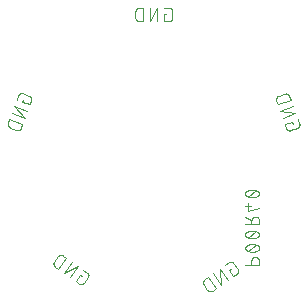
<source format=gbr>
G04 EAGLE Gerber RS-274X export*
G75*
%MOMM*%
%FSLAX34Y34*%
%LPD*%
%INSilkscreen Bottom*%
%IPPOS*%
%AMOC8*
5,1,8,0,0,1.08239X$1,22.5*%
G01*
%ADD10C,0.101600*%


D10*
X357094Y466149D02*
X355146Y466149D01*
X355146Y459658D01*
X359041Y459658D01*
X359140Y459660D01*
X359240Y459666D01*
X359339Y459675D01*
X359437Y459688D01*
X359535Y459705D01*
X359633Y459726D01*
X359729Y459751D01*
X359824Y459779D01*
X359918Y459811D01*
X360011Y459846D01*
X360103Y459885D01*
X360193Y459928D01*
X360281Y459973D01*
X360368Y460023D01*
X360452Y460075D01*
X360535Y460131D01*
X360615Y460189D01*
X360693Y460251D01*
X360768Y460316D01*
X360841Y460384D01*
X360911Y460454D01*
X360979Y460527D01*
X361044Y460602D01*
X361106Y460680D01*
X361164Y460760D01*
X361220Y460843D01*
X361272Y460927D01*
X361322Y461014D01*
X361367Y461102D01*
X361410Y461192D01*
X361449Y461284D01*
X361484Y461377D01*
X361516Y461471D01*
X361544Y461566D01*
X361569Y461662D01*
X361590Y461760D01*
X361607Y461858D01*
X361620Y461956D01*
X361629Y462055D01*
X361635Y462155D01*
X361637Y462254D01*
X361638Y462254D02*
X361638Y468746D01*
X361637Y468746D02*
X361635Y468845D01*
X361629Y468945D01*
X361620Y469044D01*
X361607Y469142D01*
X361590Y469240D01*
X361569Y469338D01*
X361544Y469434D01*
X361516Y469529D01*
X361484Y469623D01*
X361449Y469716D01*
X361410Y469808D01*
X361367Y469898D01*
X361322Y469986D01*
X361272Y470073D01*
X361220Y470157D01*
X361164Y470240D01*
X361106Y470320D01*
X361044Y470398D01*
X360979Y470473D01*
X360911Y470546D01*
X360841Y470616D01*
X360768Y470684D01*
X360693Y470749D01*
X360615Y470811D01*
X360535Y470869D01*
X360452Y470925D01*
X360368Y470977D01*
X360281Y471027D01*
X360193Y471072D01*
X360103Y471115D01*
X360011Y471154D01*
X359918Y471189D01*
X359824Y471221D01*
X359729Y471249D01*
X359633Y471274D01*
X359535Y471295D01*
X359437Y471312D01*
X359339Y471325D01*
X359240Y471334D01*
X359140Y471340D01*
X359041Y471342D01*
X355146Y471342D01*
X349446Y471342D02*
X349446Y459658D01*
X342954Y459658D02*
X349446Y471342D01*
X342954Y471342D02*
X342954Y459658D01*
X337254Y459658D02*
X337254Y471342D01*
X334008Y471342D01*
X333895Y471340D01*
X333782Y471334D01*
X333669Y471324D01*
X333556Y471310D01*
X333444Y471293D01*
X333333Y471271D01*
X333223Y471246D01*
X333113Y471216D01*
X333005Y471183D01*
X332898Y471146D01*
X332792Y471106D01*
X332688Y471061D01*
X332585Y471013D01*
X332484Y470962D01*
X332385Y470907D01*
X332288Y470849D01*
X332193Y470787D01*
X332100Y470722D01*
X332010Y470654D01*
X331922Y470583D01*
X331836Y470508D01*
X331753Y470431D01*
X331673Y470351D01*
X331596Y470268D01*
X331521Y470182D01*
X331450Y470094D01*
X331382Y470004D01*
X331317Y469911D01*
X331255Y469816D01*
X331197Y469719D01*
X331142Y469620D01*
X331091Y469519D01*
X331043Y469416D01*
X330998Y469312D01*
X330958Y469206D01*
X330921Y469099D01*
X330888Y468991D01*
X330858Y468881D01*
X330833Y468771D01*
X330811Y468660D01*
X330794Y468548D01*
X330780Y468435D01*
X330770Y468322D01*
X330764Y468209D01*
X330762Y468096D01*
X330762Y462904D01*
X330764Y462791D01*
X330770Y462678D01*
X330780Y462565D01*
X330794Y462452D01*
X330811Y462340D01*
X330833Y462229D01*
X330858Y462119D01*
X330888Y462009D01*
X330921Y461901D01*
X330958Y461794D01*
X330998Y461688D01*
X331043Y461584D01*
X331091Y461481D01*
X331142Y461380D01*
X331197Y461281D01*
X331255Y461184D01*
X331317Y461089D01*
X331382Y460996D01*
X331450Y460906D01*
X331521Y460818D01*
X331596Y460732D01*
X331673Y460649D01*
X331753Y460569D01*
X331836Y460492D01*
X331922Y460417D01*
X332010Y460346D01*
X332100Y460278D01*
X332193Y460213D01*
X332288Y460151D01*
X332385Y460093D01*
X332484Y460038D01*
X332585Y459987D01*
X332688Y459939D01*
X332792Y459894D01*
X332898Y459854D01*
X333005Y459817D01*
X333113Y459784D01*
X333223Y459754D01*
X333333Y459729D01*
X333444Y459707D01*
X333556Y459690D01*
X333669Y459676D01*
X333782Y459666D01*
X333895Y459660D01*
X334008Y459658D01*
X337254Y459658D01*
X463370Y374915D02*
X464036Y373085D01*
X463370Y374915D02*
X457270Y372695D01*
X458602Y369035D01*
X458603Y369035D02*
X458638Y368942D01*
X458678Y368851D01*
X458720Y368761D01*
X458767Y368673D01*
X458816Y368587D01*
X458869Y368503D01*
X458925Y368420D01*
X458984Y368340D01*
X459046Y368263D01*
X459111Y368188D01*
X459179Y368115D01*
X459250Y368045D01*
X459323Y367978D01*
X459399Y367913D01*
X459477Y367852D01*
X459558Y367793D01*
X459640Y367738D01*
X459725Y367686D01*
X459812Y367637D01*
X459900Y367592D01*
X459990Y367550D01*
X460082Y367511D01*
X460175Y367476D01*
X460269Y367445D01*
X460365Y367417D01*
X460461Y367393D01*
X460559Y367372D01*
X460657Y367356D01*
X460755Y367343D01*
X460854Y367334D01*
X460954Y367329D01*
X461053Y367327D01*
X461153Y367329D01*
X461252Y367335D01*
X461351Y367345D01*
X461449Y367359D01*
X461547Y367377D01*
X461644Y367398D01*
X461741Y367423D01*
X461836Y367451D01*
X461930Y367484D01*
X461930Y367483D02*
X468030Y369703D01*
X468030Y369704D02*
X468123Y369739D01*
X468214Y369779D01*
X468304Y369821D01*
X468392Y369868D01*
X468478Y369917D01*
X468562Y369970D01*
X468645Y370026D01*
X468725Y370085D01*
X468802Y370147D01*
X468877Y370212D01*
X468950Y370280D01*
X469020Y370351D01*
X469087Y370424D01*
X469152Y370500D01*
X469213Y370578D01*
X469272Y370659D01*
X469327Y370741D01*
X469379Y370826D01*
X469428Y370913D01*
X469473Y371001D01*
X469515Y371091D01*
X469554Y371183D01*
X469589Y371276D01*
X469620Y371370D01*
X469648Y371466D01*
X469672Y371562D01*
X469693Y371660D01*
X469709Y371758D01*
X469722Y371856D01*
X469731Y371955D01*
X469736Y372055D01*
X469738Y372154D01*
X469736Y372253D01*
X469730Y372353D01*
X469720Y372452D01*
X469706Y372550D01*
X469688Y372648D01*
X469667Y372745D01*
X469642Y372842D01*
X469614Y372937D01*
X469581Y373031D01*
X469582Y373031D02*
X468250Y376691D01*
X466300Y382048D02*
X455320Y378052D01*
X453100Y384152D02*
X466300Y382048D01*
X464080Y388148D02*
X453100Y384152D01*
X451151Y389509D02*
X462130Y393505D01*
X461020Y396555D01*
X460980Y396661D01*
X460935Y396765D01*
X460887Y396868D01*
X460836Y396969D01*
X460781Y397068D01*
X460723Y397165D01*
X460661Y397260D01*
X460596Y397353D01*
X460528Y397443D01*
X460457Y397531D01*
X460382Y397617D01*
X460305Y397700D01*
X460225Y397780D01*
X460142Y397857D01*
X460056Y397932D01*
X459968Y398003D01*
X459878Y398071D01*
X459785Y398136D01*
X459690Y398198D01*
X459593Y398256D01*
X459494Y398311D01*
X459393Y398362D01*
X459290Y398410D01*
X459186Y398455D01*
X459080Y398495D01*
X458973Y398532D01*
X458865Y398565D01*
X458755Y398595D01*
X458645Y398620D01*
X458534Y398642D01*
X458422Y398659D01*
X458309Y398673D01*
X458196Y398683D01*
X458083Y398689D01*
X457970Y398691D01*
X457857Y398689D01*
X457744Y398683D01*
X457631Y398673D01*
X457518Y398659D01*
X457406Y398642D01*
X457295Y398620D01*
X457185Y398595D01*
X457075Y398565D01*
X456967Y398532D01*
X456860Y398495D01*
X456860Y398494D02*
X451980Y396718D01*
X451980Y396719D02*
X451874Y396679D01*
X451770Y396634D01*
X451667Y396586D01*
X451566Y396535D01*
X451467Y396480D01*
X451370Y396422D01*
X451275Y396360D01*
X451182Y396295D01*
X451092Y396227D01*
X451004Y396156D01*
X450918Y396081D01*
X450835Y396004D01*
X450755Y395924D01*
X450678Y395841D01*
X450603Y395755D01*
X450532Y395667D01*
X450464Y395577D01*
X450399Y395484D01*
X450337Y395389D01*
X450279Y395292D01*
X450224Y395193D01*
X450173Y395092D01*
X450125Y394989D01*
X450080Y394885D01*
X450040Y394779D01*
X450003Y394672D01*
X449970Y394564D01*
X449940Y394454D01*
X449915Y394344D01*
X449893Y394233D01*
X449876Y394121D01*
X449862Y394008D01*
X449852Y393895D01*
X449846Y393782D01*
X449844Y393669D01*
X449846Y393556D01*
X449852Y393443D01*
X449862Y393330D01*
X449876Y393217D01*
X449893Y393105D01*
X449915Y392994D01*
X449940Y392884D01*
X449970Y392774D01*
X450003Y392666D01*
X450040Y392559D01*
X450041Y392559D02*
X451151Y389509D01*
X411389Y250384D02*
X409794Y249267D01*
X413517Y243950D01*
X416708Y246184D01*
X416707Y246184D02*
X416787Y246243D01*
X416865Y246305D01*
X416941Y246369D01*
X417014Y246437D01*
X417085Y246507D01*
X417152Y246580D01*
X417217Y246655D01*
X417279Y246733D01*
X417338Y246813D01*
X417394Y246895D01*
X417447Y246980D01*
X417496Y247066D01*
X417542Y247154D01*
X417585Y247244D01*
X417624Y247335D01*
X417659Y247428D01*
X417691Y247522D01*
X417720Y247618D01*
X417744Y247714D01*
X417765Y247811D01*
X417783Y247909D01*
X417796Y248008D01*
X417806Y248107D01*
X417812Y248206D01*
X417814Y248305D01*
X417812Y248405D01*
X417807Y248504D01*
X417797Y248603D01*
X417784Y248702D01*
X417768Y248800D01*
X417747Y248897D01*
X417723Y248994D01*
X417695Y249089D01*
X417663Y249183D01*
X417628Y249276D01*
X417589Y249368D01*
X417547Y249458D01*
X417501Y249546D01*
X417452Y249633D01*
X417400Y249717D01*
X417345Y249800D01*
X413622Y255117D01*
X413563Y255197D01*
X413501Y255275D01*
X413437Y255351D01*
X413369Y255424D01*
X413299Y255495D01*
X413226Y255562D01*
X413151Y255627D01*
X413073Y255689D01*
X412993Y255748D01*
X412911Y255804D01*
X412826Y255857D01*
X412740Y255906D01*
X412652Y255952D01*
X412562Y255995D01*
X412471Y256034D01*
X412378Y256069D01*
X412284Y256101D01*
X412188Y256130D01*
X412092Y256154D01*
X411995Y256175D01*
X411897Y256193D01*
X411798Y256206D01*
X411699Y256216D01*
X411600Y256222D01*
X411501Y256224D01*
X411401Y256222D01*
X411302Y256217D01*
X411203Y256208D01*
X411104Y256194D01*
X411006Y256178D01*
X410909Y256157D01*
X410812Y256133D01*
X410717Y256105D01*
X410623Y256073D01*
X410530Y256038D01*
X410438Y255999D01*
X410348Y255957D01*
X410260Y255911D01*
X410173Y255862D01*
X410089Y255810D01*
X410006Y255755D01*
X406816Y253521D01*
X402146Y250251D02*
X408847Y240680D01*
X403530Y236957D02*
X402146Y250251D01*
X396829Y246528D02*
X403530Y236957D01*
X398860Y233687D02*
X392159Y243258D01*
X389500Y241396D01*
X389500Y241397D02*
X389409Y241330D01*
X389319Y241261D01*
X389232Y241188D01*
X389148Y241112D01*
X389067Y241033D01*
X388988Y240952D01*
X388912Y240868D01*
X388839Y240781D01*
X388770Y240692D01*
X388703Y240600D01*
X388640Y240506D01*
X388580Y240410D01*
X388523Y240312D01*
X388470Y240212D01*
X388420Y240110D01*
X388374Y240006D01*
X388332Y239901D01*
X388293Y239795D01*
X388258Y239687D01*
X388227Y239578D01*
X388199Y239468D01*
X388176Y239357D01*
X388156Y239246D01*
X388140Y239134D01*
X388128Y239021D01*
X388120Y238908D01*
X388116Y238795D01*
X388116Y238681D01*
X388120Y238568D01*
X388128Y238455D01*
X388140Y238342D01*
X388156Y238230D01*
X388176Y238119D01*
X388199Y238008D01*
X388227Y237898D01*
X388258Y237789D01*
X388293Y237681D01*
X388332Y237575D01*
X388374Y237470D01*
X388420Y237366D01*
X388470Y237264D01*
X388523Y237164D01*
X388580Y237066D01*
X388640Y236970D01*
X388703Y236876D01*
X391682Y232622D01*
X391681Y232622D02*
X391748Y232531D01*
X391817Y232441D01*
X391890Y232354D01*
X391966Y232270D01*
X392045Y232189D01*
X392126Y232110D01*
X392210Y232034D01*
X392297Y231961D01*
X392387Y231892D01*
X392478Y231825D01*
X392572Y231762D01*
X392668Y231702D01*
X392766Y231645D01*
X392866Y231592D01*
X392968Y231542D01*
X393072Y231496D01*
X393177Y231454D01*
X393283Y231415D01*
X393391Y231380D01*
X393500Y231349D01*
X393610Y231321D01*
X393721Y231298D01*
X393832Y231278D01*
X393944Y231262D01*
X394057Y231250D01*
X394170Y231242D01*
X394283Y231238D01*
X394397Y231238D01*
X394510Y231242D01*
X394623Y231250D01*
X394736Y231262D01*
X394848Y231278D01*
X394959Y231298D01*
X395070Y231321D01*
X395180Y231349D01*
X395289Y231380D01*
X395397Y231415D01*
X395503Y231454D01*
X395608Y231496D01*
X395712Y231542D01*
X395814Y231592D01*
X395914Y231645D01*
X396012Y231702D01*
X396108Y231762D01*
X396202Y231825D01*
X398860Y233687D01*
X285396Y243983D02*
X283801Y245100D01*
X280078Y239783D01*
X283268Y237549D01*
X283351Y237494D01*
X283435Y237442D01*
X283522Y237393D01*
X283610Y237347D01*
X283700Y237305D01*
X283792Y237266D01*
X283885Y237231D01*
X283979Y237199D01*
X284074Y237171D01*
X284171Y237147D01*
X284268Y237126D01*
X284366Y237110D01*
X284465Y237096D01*
X284564Y237087D01*
X284663Y237082D01*
X284763Y237080D01*
X284862Y237082D01*
X284961Y237088D01*
X285060Y237098D01*
X285159Y237111D01*
X285257Y237129D01*
X285354Y237150D01*
X285450Y237174D01*
X285546Y237203D01*
X285640Y237235D01*
X285733Y237270D01*
X285824Y237309D01*
X285914Y237352D01*
X286002Y237398D01*
X286088Y237447D01*
X286173Y237500D01*
X286255Y237556D01*
X286335Y237615D01*
X286413Y237677D01*
X286488Y237742D01*
X286561Y237809D01*
X286631Y237880D01*
X286699Y237953D01*
X286763Y238029D01*
X286825Y238107D01*
X286884Y238187D01*
X290607Y243504D01*
X290662Y243587D01*
X290714Y243671D01*
X290763Y243758D01*
X290809Y243846D01*
X290851Y243936D01*
X290890Y244028D01*
X290925Y244121D01*
X290957Y244215D01*
X290985Y244310D01*
X291009Y244407D01*
X291030Y244504D01*
X291046Y244602D01*
X291060Y244701D01*
X291069Y244800D01*
X291074Y244899D01*
X291076Y244999D01*
X291074Y245098D01*
X291068Y245197D01*
X291058Y245296D01*
X291045Y245395D01*
X291027Y245493D01*
X291006Y245590D01*
X290982Y245686D01*
X290953Y245782D01*
X290921Y245876D01*
X290886Y245969D01*
X290847Y246060D01*
X290804Y246150D01*
X290758Y246238D01*
X290709Y246324D01*
X290656Y246409D01*
X290600Y246491D01*
X290541Y246571D01*
X290479Y246649D01*
X290414Y246724D01*
X290347Y246797D01*
X290276Y246867D01*
X290203Y246935D01*
X290127Y246999D01*
X290049Y247061D01*
X289969Y247120D01*
X289970Y247120D02*
X286779Y249354D01*
X282110Y252624D02*
X275408Y243053D01*
X270091Y246776D02*
X282110Y252624D01*
X276792Y256347D02*
X270091Y246776D01*
X265421Y250046D02*
X272122Y259617D01*
X269464Y261478D01*
X269464Y261479D02*
X269370Y261542D01*
X269274Y261602D01*
X269176Y261659D01*
X269076Y261712D01*
X268974Y261762D01*
X268870Y261808D01*
X268765Y261850D01*
X268659Y261889D01*
X268551Y261924D01*
X268442Y261955D01*
X268332Y261983D01*
X268221Y262006D01*
X268110Y262026D01*
X267998Y262042D01*
X267885Y262054D01*
X267772Y262062D01*
X267659Y262066D01*
X267545Y262066D01*
X267432Y262062D01*
X267319Y262054D01*
X267206Y262042D01*
X267094Y262026D01*
X266983Y262006D01*
X266872Y261983D01*
X266762Y261955D01*
X266653Y261924D01*
X266545Y261889D01*
X266439Y261850D01*
X266334Y261808D01*
X266230Y261762D01*
X266128Y261712D01*
X266028Y261659D01*
X265930Y261602D01*
X265834Y261542D01*
X265740Y261479D01*
X265649Y261412D01*
X265559Y261343D01*
X265472Y261270D01*
X265388Y261194D01*
X265307Y261115D01*
X265228Y261034D01*
X265152Y260950D01*
X265079Y260863D01*
X265010Y260774D01*
X264943Y260682D01*
X264944Y260681D02*
X261965Y256428D01*
X261902Y256334D01*
X261842Y256238D01*
X261785Y256140D01*
X261732Y256040D01*
X261682Y255938D01*
X261636Y255834D01*
X261594Y255729D01*
X261555Y255623D01*
X261520Y255515D01*
X261489Y255406D01*
X261461Y255296D01*
X261438Y255185D01*
X261418Y255074D01*
X261402Y254962D01*
X261390Y254849D01*
X261382Y254736D01*
X261378Y254623D01*
X261378Y254509D01*
X261382Y254396D01*
X261390Y254283D01*
X261402Y254170D01*
X261418Y254058D01*
X261438Y253947D01*
X261461Y253836D01*
X261489Y253726D01*
X261520Y253617D01*
X261555Y253509D01*
X261594Y253403D01*
X261636Y253298D01*
X261682Y253194D01*
X261732Y253092D01*
X261785Y252992D01*
X261842Y252894D01*
X261902Y252798D01*
X261965Y252704D01*
X262032Y252612D01*
X262101Y252523D01*
X262174Y252436D01*
X262250Y252352D01*
X262329Y252271D01*
X262410Y252192D01*
X262494Y252116D01*
X262581Y252043D01*
X262671Y251974D01*
X262762Y251907D01*
X265421Y250046D01*
X235150Y391729D02*
X235816Y393559D01*
X235150Y391729D02*
X241250Y389509D01*
X242582Y393169D01*
X242581Y393169D02*
X242614Y393263D01*
X242642Y393358D01*
X242667Y393455D01*
X242688Y393552D01*
X242706Y393650D01*
X242720Y393748D01*
X242730Y393847D01*
X242736Y393947D01*
X242738Y394046D01*
X242736Y394145D01*
X242731Y394245D01*
X242722Y394344D01*
X242709Y394442D01*
X242693Y394540D01*
X242672Y394638D01*
X242648Y394734D01*
X242620Y394830D01*
X242589Y394924D01*
X242554Y395017D01*
X242515Y395109D01*
X242473Y395199D01*
X242428Y395287D01*
X242379Y395374D01*
X242327Y395459D01*
X242272Y395541D01*
X242213Y395622D01*
X242152Y395700D01*
X242087Y395776D01*
X242020Y395849D01*
X241950Y395920D01*
X241877Y395988D01*
X241802Y396053D01*
X241725Y396115D01*
X241645Y396174D01*
X241562Y396230D01*
X241478Y396283D01*
X241392Y396332D01*
X241304Y396379D01*
X241214Y396421D01*
X241123Y396461D01*
X241030Y396496D01*
X234930Y398716D01*
X234930Y398717D02*
X234836Y398750D01*
X234741Y398778D01*
X234644Y398803D01*
X234547Y398824D01*
X234449Y398842D01*
X234351Y398856D01*
X234252Y398866D01*
X234153Y398872D01*
X234053Y398874D01*
X233954Y398872D01*
X233854Y398867D01*
X233755Y398858D01*
X233657Y398845D01*
X233558Y398829D01*
X233461Y398808D01*
X233365Y398784D01*
X233269Y398756D01*
X233175Y398725D01*
X233081Y398690D01*
X232990Y398651D01*
X232900Y398609D01*
X232811Y398564D01*
X232724Y398515D01*
X232640Y398463D01*
X232557Y398408D01*
X232476Y398349D01*
X232398Y398288D01*
X232322Y398223D01*
X232249Y398156D01*
X232179Y398086D01*
X232111Y398013D01*
X232046Y397938D01*
X231983Y397860D01*
X231924Y397780D01*
X231868Y397698D01*
X231815Y397614D01*
X231766Y397527D01*
X231720Y397439D01*
X231677Y397349D01*
X231637Y397258D01*
X231602Y397165D01*
X230270Y393505D01*
X228320Y388148D02*
X239300Y384152D01*
X237080Y378052D02*
X228320Y388148D01*
X226100Y382048D02*
X237080Y378052D01*
X235130Y372695D02*
X224151Y376691D01*
X223041Y373641D01*
X223040Y373641D02*
X223003Y373534D01*
X222970Y373426D01*
X222940Y373316D01*
X222915Y373206D01*
X222893Y373095D01*
X222876Y372983D01*
X222862Y372870D01*
X222852Y372757D01*
X222846Y372644D01*
X222844Y372531D01*
X222846Y372418D01*
X222852Y372305D01*
X222862Y372192D01*
X222876Y372079D01*
X222893Y371967D01*
X222915Y371856D01*
X222940Y371746D01*
X222970Y371636D01*
X223003Y371528D01*
X223040Y371421D01*
X223080Y371315D01*
X223125Y371211D01*
X223173Y371108D01*
X223224Y371007D01*
X223279Y370908D01*
X223337Y370811D01*
X223399Y370716D01*
X223464Y370623D01*
X223532Y370533D01*
X223603Y370445D01*
X223678Y370359D01*
X223755Y370276D01*
X223835Y370196D01*
X223918Y370119D01*
X224004Y370044D01*
X224092Y369973D01*
X224182Y369905D01*
X224275Y369840D01*
X224370Y369778D01*
X224467Y369720D01*
X224566Y369665D01*
X224667Y369614D01*
X224770Y369566D01*
X224874Y369521D01*
X224980Y369481D01*
X229860Y367705D01*
X229860Y367706D02*
X229967Y367669D01*
X230076Y367636D01*
X230185Y367606D01*
X230295Y367581D01*
X230407Y367559D01*
X230518Y367542D01*
X230631Y367528D01*
X230744Y367518D01*
X230857Y367512D01*
X230970Y367510D01*
X231083Y367512D01*
X231196Y367518D01*
X231309Y367528D01*
X231422Y367542D01*
X231534Y367559D01*
X231645Y367581D01*
X231755Y367606D01*
X231864Y367636D01*
X231973Y367669D01*
X232080Y367706D01*
X232186Y367746D01*
X232290Y367791D01*
X232393Y367838D01*
X232493Y367890D01*
X232593Y367945D01*
X232690Y368003D01*
X232785Y368065D01*
X232877Y368130D01*
X232968Y368198D01*
X233056Y368269D01*
X233141Y368344D01*
X233224Y368421D01*
X233304Y368501D01*
X233382Y368584D01*
X233456Y368669D01*
X233527Y368757D01*
X233595Y368848D01*
X233660Y368940D01*
X233722Y369035D01*
X233780Y369133D01*
X233835Y369232D01*
X233887Y369333D01*
X233934Y369435D01*
X233979Y369539D01*
X234019Y369645D01*
X234020Y369645D02*
X235130Y372695D01*
X423791Y253760D02*
X435475Y253760D01*
X435475Y257006D01*
X435476Y257006D02*
X435474Y257119D01*
X435468Y257232D01*
X435458Y257345D01*
X435444Y257458D01*
X435427Y257570D01*
X435405Y257681D01*
X435380Y257791D01*
X435350Y257901D01*
X435317Y258009D01*
X435280Y258116D01*
X435240Y258222D01*
X435195Y258326D01*
X435147Y258429D01*
X435096Y258530D01*
X435041Y258629D01*
X434983Y258726D01*
X434921Y258821D01*
X434856Y258914D01*
X434788Y259004D01*
X434717Y259092D01*
X434642Y259178D01*
X434565Y259261D01*
X434485Y259341D01*
X434402Y259418D01*
X434316Y259493D01*
X434228Y259564D01*
X434138Y259632D01*
X434045Y259697D01*
X433950Y259759D01*
X433853Y259817D01*
X433754Y259872D01*
X433653Y259923D01*
X433550Y259971D01*
X433446Y260016D01*
X433340Y260056D01*
X433233Y260093D01*
X433125Y260126D01*
X433015Y260156D01*
X432905Y260181D01*
X432794Y260203D01*
X432682Y260220D01*
X432569Y260234D01*
X432456Y260244D01*
X432343Y260250D01*
X432230Y260252D01*
X432117Y260250D01*
X432004Y260244D01*
X431891Y260234D01*
X431778Y260220D01*
X431666Y260203D01*
X431555Y260181D01*
X431445Y260156D01*
X431335Y260126D01*
X431227Y260093D01*
X431120Y260056D01*
X431014Y260016D01*
X430910Y259971D01*
X430807Y259923D01*
X430706Y259872D01*
X430607Y259817D01*
X430510Y259759D01*
X430415Y259697D01*
X430322Y259632D01*
X430232Y259564D01*
X430144Y259493D01*
X430058Y259418D01*
X429975Y259341D01*
X429895Y259261D01*
X429818Y259178D01*
X429743Y259092D01*
X429672Y259004D01*
X429604Y258914D01*
X429539Y258821D01*
X429477Y258726D01*
X429419Y258629D01*
X429364Y258530D01*
X429313Y258429D01*
X429265Y258326D01*
X429220Y258222D01*
X429180Y258116D01*
X429143Y258009D01*
X429110Y257901D01*
X429080Y257791D01*
X429055Y257681D01*
X429033Y257570D01*
X429016Y257458D01*
X429002Y257345D01*
X428992Y257232D01*
X428986Y257119D01*
X428984Y257006D01*
X428984Y253760D01*
X429633Y264640D02*
X429863Y264643D01*
X430093Y264651D01*
X430322Y264665D01*
X430551Y264684D01*
X430780Y264709D01*
X431007Y264739D01*
X431235Y264774D01*
X431461Y264815D01*
X431686Y264861D01*
X431910Y264913D01*
X432132Y264970D01*
X432354Y265032D01*
X432573Y265100D01*
X432791Y265173D01*
X433008Y265251D01*
X433222Y265334D01*
X433434Y265422D01*
X433644Y265515D01*
X433852Y265614D01*
X433853Y265613D02*
X433943Y265646D01*
X434032Y265682D01*
X434120Y265722D01*
X434205Y265766D01*
X434289Y265813D01*
X434371Y265863D01*
X434451Y265917D01*
X434528Y265973D01*
X434604Y266033D01*
X434677Y266096D01*
X434747Y266161D01*
X434815Y266230D01*
X434879Y266301D01*
X434941Y266374D01*
X435000Y266450D01*
X435056Y266528D01*
X435109Y266609D01*
X435158Y266691D01*
X435204Y266775D01*
X435247Y266862D01*
X435286Y266949D01*
X435322Y267039D01*
X435354Y267129D01*
X435382Y267221D01*
X435407Y267314D01*
X435428Y267408D01*
X435445Y267502D01*
X435459Y267597D01*
X435468Y267693D01*
X435474Y267789D01*
X435476Y267885D01*
X435474Y267981D01*
X435468Y268077D01*
X435459Y268173D01*
X435445Y268268D01*
X435428Y268362D01*
X435407Y268456D01*
X435382Y268549D01*
X435354Y268641D01*
X435322Y268731D01*
X435286Y268821D01*
X435247Y268908D01*
X435204Y268995D01*
X435158Y269079D01*
X435109Y269161D01*
X435056Y269242D01*
X435000Y269320D01*
X434941Y269396D01*
X434879Y269469D01*
X434815Y269540D01*
X434747Y269609D01*
X434677Y269674D01*
X434604Y269737D01*
X434528Y269797D01*
X434451Y269853D01*
X434371Y269907D01*
X434289Y269957D01*
X434205Y270004D01*
X434120Y270048D01*
X434032Y270088D01*
X433943Y270124D01*
X433853Y270157D01*
X433852Y270157D02*
X433645Y270256D01*
X433435Y270349D01*
X433222Y270437D01*
X433008Y270520D01*
X432792Y270598D01*
X432574Y270671D01*
X432354Y270739D01*
X432133Y270801D01*
X431910Y270858D01*
X431686Y270910D01*
X431461Y270956D01*
X431235Y270997D01*
X431008Y271032D01*
X430780Y271062D01*
X430551Y271087D01*
X430322Y271106D01*
X430093Y271120D01*
X429863Y271128D01*
X429633Y271131D01*
X429633Y264640D02*
X429403Y264643D01*
X429173Y264651D01*
X428944Y264665D01*
X428715Y264684D01*
X428486Y264709D01*
X428258Y264739D01*
X428031Y264774D01*
X427805Y264815D01*
X427580Y264861D01*
X427356Y264913D01*
X427133Y264970D01*
X426912Y265032D01*
X426692Y265100D01*
X426474Y265173D01*
X426258Y265251D01*
X426044Y265334D01*
X425832Y265422D01*
X425621Y265515D01*
X425414Y265614D01*
X425414Y265613D02*
X425324Y265646D01*
X425235Y265682D01*
X425147Y265723D01*
X425062Y265766D01*
X424978Y265813D01*
X424896Y265863D01*
X424816Y265917D01*
X424739Y265973D01*
X424663Y266033D01*
X424590Y266096D01*
X424520Y266161D01*
X424452Y266230D01*
X424388Y266301D01*
X424326Y266374D01*
X424267Y266450D01*
X424211Y266528D01*
X424158Y266609D01*
X424109Y266691D01*
X424063Y266775D01*
X424020Y266862D01*
X423981Y266949D01*
X423945Y267039D01*
X423913Y267129D01*
X423885Y267221D01*
X423860Y267314D01*
X423839Y267408D01*
X423822Y267502D01*
X423808Y267597D01*
X423799Y267693D01*
X423793Y267789D01*
X423791Y267885D01*
X425414Y270157D02*
X425621Y270256D01*
X425832Y270349D01*
X426044Y270437D01*
X426258Y270520D01*
X426474Y270598D01*
X426692Y270671D01*
X426912Y270739D01*
X427133Y270801D01*
X427356Y270858D01*
X427580Y270910D01*
X427805Y270956D01*
X428031Y270997D01*
X428258Y271032D01*
X428486Y271062D01*
X428715Y271087D01*
X428944Y271106D01*
X429173Y271120D01*
X429403Y271128D01*
X429633Y271131D01*
X425414Y270157D02*
X425324Y270124D01*
X425235Y270088D01*
X425147Y270048D01*
X425062Y270004D01*
X424978Y269957D01*
X424896Y269907D01*
X424816Y269853D01*
X424739Y269797D01*
X424663Y269737D01*
X424590Y269674D01*
X424520Y269609D01*
X424452Y269540D01*
X424388Y269469D01*
X424326Y269396D01*
X424267Y269320D01*
X424211Y269242D01*
X424158Y269161D01*
X424109Y269079D01*
X424063Y268995D01*
X424020Y268908D01*
X423981Y268821D01*
X423945Y268731D01*
X423913Y268641D01*
X423885Y268549D01*
X423860Y268456D01*
X423839Y268362D01*
X423822Y268268D01*
X423808Y268173D01*
X423799Y268077D01*
X423793Y267981D01*
X423791Y267885D01*
X426388Y265289D02*
X432879Y270482D01*
X429633Y276070D02*
X429863Y276073D01*
X430093Y276081D01*
X430322Y276095D01*
X430551Y276114D01*
X430780Y276139D01*
X431007Y276169D01*
X431235Y276204D01*
X431461Y276245D01*
X431686Y276291D01*
X431910Y276343D01*
X432132Y276400D01*
X432354Y276462D01*
X432573Y276530D01*
X432791Y276603D01*
X433008Y276681D01*
X433222Y276764D01*
X433434Y276852D01*
X433644Y276945D01*
X433852Y277044D01*
X433853Y277043D02*
X433943Y277076D01*
X434032Y277112D01*
X434120Y277152D01*
X434205Y277196D01*
X434289Y277243D01*
X434371Y277293D01*
X434451Y277347D01*
X434528Y277403D01*
X434604Y277463D01*
X434677Y277526D01*
X434747Y277591D01*
X434815Y277660D01*
X434879Y277731D01*
X434941Y277804D01*
X435000Y277880D01*
X435056Y277958D01*
X435109Y278039D01*
X435158Y278121D01*
X435204Y278205D01*
X435247Y278292D01*
X435286Y278379D01*
X435322Y278469D01*
X435354Y278559D01*
X435382Y278651D01*
X435407Y278744D01*
X435428Y278838D01*
X435445Y278932D01*
X435459Y279027D01*
X435468Y279123D01*
X435474Y279219D01*
X435476Y279315D01*
X435474Y279411D01*
X435468Y279507D01*
X435459Y279603D01*
X435445Y279698D01*
X435428Y279792D01*
X435407Y279886D01*
X435382Y279979D01*
X435354Y280071D01*
X435322Y280161D01*
X435286Y280251D01*
X435247Y280338D01*
X435204Y280425D01*
X435158Y280509D01*
X435109Y280591D01*
X435056Y280672D01*
X435000Y280750D01*
X434941Y280826D01*
X434879Y280899D01*
X434815Y280970D01*
X434747Y281039D01*
X434677Y281104D01*
X434604Y281167D01*
X434528Y281227D01*
X434451Y281283D01*
X434371Y281337D01*
X434289Y281387D01*
X434205Y281434D01*
X434120Y281478D01*
X434032Y281518D01*
X433943Y281554D01*
X433853Y281587D01*
X433852Y281587D02*
X433645Y281686D01*
X433435Y281779D01*
X433222Y281867D01*
X433008Y281950D01*
X432792Y282028D01*
X432574Y282101D01*
X432354Y282169D01*
X432133Y282231D01*
X431910Y282288D01*
X431686Y282340D01*
X431461Y282386D01*
X431235Y282427D01*
X431008Y282462D01*
X430780Y282492D01*
X430551Y282517D01*
X430322Y282536D01*
X430093Y282550D01*
X429863Y282558D01*
X429633Y282561D01*
X429633Y276069D02*
X429403Y276072D01*
X429173Y276080D01*
X428944Y276094D01*
X428715Y276113D01*
X428486Y276138D01*
X428258Y276168D01*
X428031Y276203D01*
X427805Y276244D01*
X427580Y276290D01*
X427356Y276342D01*
X427133Y276399D01*
X426912Y276461D01*
X426692Y276529D01*
X426474Y276602D01*
X426258Y276680D01*
X426044Y276763D01*
X425832Y276851D01*
X425621Y276944D01*
X425414Y277043D01*
X425324Y277076D01*
X425235Y277112D01*
X425147Y277153D01*
X425062Y277196D01*
X424978Y277243D01*
X424896Y277293D01*
X424816Y277347D01*
X424739Y277403D01*
X424663Y277463D01*
X424590Y277526D01*
X424520Y277591D01*
X424452Y277660D01*
X424388Y277731D01*
X424326Y277804D01*
X424267Y277880D01*
X424211Y277958D01*
X424158Y278039D01*
X424109Y278121D01*
X424063Y278205D01*
X424020Y278292D01*
X423981Y278379D01*
X423945Y278469D01*
X423913Y278559D01*
X423885Y278651D01*
X423860Y278744D01*
X423839Y278838D01*
X423822Y278932D01*
X423808Y279027D01*
X423799Y279123D01*
X423793Y279219D01*
X423791Y279315D01*
X425414Y281587D02*
X425621Y281686D01*
X425832Y281779D01*
X426044Y281867D01*
X426258Y281950D01*
X426474Y282028D01*
X426692Y282101D01*
X426912Y282169D01*
X427133Y282231D01*
X427356Y282288D01*
X427580Y282340D01*
X427805Y282386D01*
X428031Y282427D01*
X428258Y282462D01*
X428486Y282492D01*
X428715Y282517D01*
X428944Y282536D01*
X429173Y282550D01*
X429403Y282558D01*
X429633Y282561D01*
X425414Y281587D02*
X425324Y281554D01*
X425235Y281518D01*
X425147Y281478D01*
X425062Y281434D01*
X424978Y281387D01*
X424896Y281337D01*
X424816Y281283D01*
X424739Y281227D01*
X424663Y281167D01*
X424590Y281104D01*
X424520Y281039D01*
X424452Y280970D01*
X424388Y280899D01*
X424326Y280826D01*
X424267Y280750D01*
X424211Y280672D01*
X424158Y280591D01*
X424109Y280509D01*
X424063Y280425D01*
X424020Y280338D01*
X423981Y280251D01*
X423945Y280161D01*
X423913Y280071D01*
X423885Y279979D01*
X423860Y279886D01*
X423839Y279792D01*
X423822Y279698D01*
X423808Y279603D01*
X423799Y279507D01*
X423793Y279411D01*
X423791Y279315D01*
X426388Y276719D02*
X432879Y281912D01*
X435475Y287954D02*
X423791Y287954D01*
X435475Y287954D02*
X435475Y291200D01*
X435476Y291200D02*
X435474Y291313D01*
X435468Y291426D01*
X435458Y291539D01*
X435444Y291652D01*
X435427Y291764D01*
X435405Y291875D01*
X435380Y291985D01*
X435350Y292095D01*
X435317Y292203D01*
X435280Y292310D01*
X435240Y292416D01*
X435195Y292520D01*
X435147Y292623D01*
X435096Y292724D01*
X435041Y292823D01*
X434983Y292920D01*
X434921Y293015D01*
X434856Y293108D01*
X434788Y293198D01*
X434717Y293286D01*
X434642Y293372D01*
X434565Y293455D01*
X434485Y293535D01*
X434402Y293612D01*
X434316Y293687D01*
X434228Y293758D01*
X434138Y293826D01*
X434045Y293891D01*
X433950Y293953D01*
X433853Y294011D01*
X433754Y294066D01*
X433653Y294117D01*
X433550Y294165D01*
X433446Y294210D01*
X433340Y294250D01*
X433233Y294287D01*
X433125Y294320D01*
X433015Y294350D01*
X432905Y294375D01*
X432794Y294397D01*
X432682Y294414D01*
X432569Y294428D01*
X432456Y294438D01*
X432343Y294444D01*
X432230Y294446D01*
X432117Y294444D01*
X432004Y294438D01*
X431891Y294428D01*
X431778Y294414D01*
X431666Y294397D01*
X431555Y294375D01*
X431445Y294350D01*
X431335Y294320D01*
X431227Y294287D01*
X431120Y294250D01*
X431014Y294210D01*
X430910Y294165D01*
X430807Y294117D01*
X430706Y294066D01*
X430607Y294011D01*
X430510Y293953D01*
X430415Y293891D01*
X430322Y293826D01*
X430232Y293758D01*
X430144Y293687D01*
X430058Y293612D01*
X429975Y293535D01*
X429895Y293455D01*
X429818Y293372D01*
X429743Y293286D01*
X429672Y293198D01*
X429604Y293108D01*
X429539Y293015D01*
X429477Y292920D01*
X429419Y292823D01*
X429364Y292724D01*
X429313Y292623D01*
X429265Y292520D01*
X429220Y292416D01*
X429180Y292310D01*
X429143Y292203D01*
X429110Y292095D01*
X429080Y291985D01*
X429055Y291875D01*
X429033Y291764D01*
X429016Y291652D01*
X429002Y291539D01*
X428992Y291426D01*
X428986Y291313D01*
X428984Y291200D01*
X428984Y287954D01*
X428984Y291849D02*
X423791Y294445D01*
X426388Y299311D02*
X435475Y301907D01*
X426388Y299311D02*
X426388Y305802D01*
X428984Y303854D02*
X423791Y303854D01*
X429633Y310741D02*
X429863Y310744D01*
X430093Y310752D01*
X430322Y310766D01*
X430551Y310785D01*
X430780Y310810D01*
X431007Y310840D01*
X431235Y310875D01*
X431461Y310916D01*
X431686Y310962D01*
X431910Y311014D01*
X432132Y311071D01*
X432354Y311133D01*
X432573Y311201D01*
X432791Y311274D01*
X433008Y311352D01*
X433222Y311435D01*
X433434Y311523D01*
X433644Y311616D01*
X433852Y311715D01*
X433853Y311714D02*
X433943Y311747D01*
X434032Y311783D01*
X434120Y311823D01*
X434205Y311867D01*
X434289Y311914D01*
X434371Y311964D01*
X434451Y312018D01*
X434528Y312074D01*
X434604Y312134D01*
X434677Y312197D01*
X434747Y312262D01*
X434815Y312331D01*
X434879Y312402D01*
X434941Y312475D01*
X435000Y312551D01*
X435056Y312629D01*
X435109Y312710D01*
X435158Y312792D01*
X435204Y312876D01*
X435247Y312963D01*
X435286Y313050D01*
X435322Y313140D01*
X435354Y313230D01*
X435382Y313322D01*
X435407Y313415D01*
X435428Y313509D01*
X435445Y313603D01*
X435459Y313698D01*
X435468Y313794D01*
X435474Y313890D01*
X435476Y313986D01*
X435474Y314082D01*
X435468Y314178D01*
X435459Y314274D01*
X435445Y314369D01*
X435428Y314463D01*
X435407Y314557D01*
X435382Y314650D01*
X435354Y314742D01*
X435322Y314832D01*
X435286Y314922D01*
X435247Y315009D01*
X435204Y315096D01*
X435158Y315180D01*
X435109Y315262D01*
X435056Y315343D01*
X435000Y315421D01*
X434941Y315497D01*
X434879Y315570D01*
X434815Y315641D01*
X434747Y315710D01*
X434677Y315775D01*
X434604Y315838D01*
X434528Y315898D01*
X434451Y315954D01*
X434371Y316008D01*
X434289Y316058D01*
X434205Y316105D01*
X434120Y316149D01*
X434032Y316189D01*
X433943Y316225D01*
X433853Y316258D01*
X433852Y316258D02*
X433645Y316357D01*
X433435Y316450D01*
X433222Y316538D01*
X433008Y316621D01*
X432792Y316699D01*
X432574Y316772D01*
X432354Y316840D01*
X432133Y316902D01*
X431910Y316959D01*
X431686Y317011D01*
X431461Y317057D01*
X431235Y317098D01*
X431008Y317133D01*
X430780Y317163D01*
X430551Y317188D01*
X430322Y317207D01*
X430093Y317221D01*
X429863Y317229D01*
X429633Y317232D01*
X429633Y310740D02*
X429403Y310743D01*
X429173Y310751D01*
X428944Y310765D01*
X428715Y310784D01*
X428486Y310809D01*
X428258Y310839D01*
X428031Y310874D01*
X427805Y310915D01*
X427580Y310961D01*
X427356Y311013D01*
X427133Y311070D01*
X426912Y311132D01*
X426692Y311200D01*
X426474Y311273D01*
X426258Y311351D01*
X426044Y311434D01*
X425832Y311522D01*
X425621Y311615D01*
X425414Y311714D01*
X425324Y311747D01*
X425235Y311783D01*
X425147Y311824D01*
X425062Y311867D01*
X424978Y311914D01*
X424896Y311964D01*
X424816Y312018D01*
X424739Y312074D01*
X424663Y312134D01*
X424590Y312197D01*
X424520Y312262D01*
X424452Y312331D01*
X424388Y312402D01*
X424326Y312475D01*
X424267Y312551D01*
X424211Y312629D01*
X424158Y312710D01*
X424109Y312792D01*
X424063Y312876D01*
X424020Y312963D01*
X423981Y313050D01*
X423945Y313140D01*
X423913Y313230D01*
X423885Y313322D01*
X423860Y313415D01*
X423839Y313509D01*
X423822Y313603D01*
X423808Y313698D01*
X423799Y313794D01*
X423793Y313890D01*
X423791Y313986D01*
X425414Y316258D02*
X425621Y316357D01*
X425832Y316450D01*
X426044Y316538D01*
X426258Y316621D01*
X426474Y316699D01*
X426692Y316772D01*
X426912Y316840D01*
X427133Y316902D01*
X427356Y316959D01*
X427580Y317011D01*
X427805Y317057D01*
X428031Y317098D01*
X428258Y317133D01*
X428486Y317163D01*
X428715Y317188D01*
X428944Y317207D01*
X429173Y317221D01*
X429403Y317229D01*
X429633Y317232D01*
X425414Y316258D02*
X425324Y316225D01*
X425235Y316189D01*
X425147Y316149D01*
X425062Y316105D01*
X424978Y316058D01*
X424896Y316008D01*
X424816Y315954D01*
X424739Y315898D01*
X424663Y315838D01*
X424590Y315775D01*
X424520Y315710D01*
X424452Y315641D01*
X424388Y315570D01*
X424326Y315497D01*
X424267Y315421D01*
X424211Y315343D01*
X424158Y315262D01*
X424109Y315180D01*
X424063Y315096D01*
X424020Y315009D01*
X423981Y314922D01*
X423945Y314832D01*
X423913Y314742D01*
X423885Y314650D01*
X423860Y314557D01*
X423839Y314463D01*
X423822Y314369D01*
X423808Y314274D01*
X423799Y314178D01*
X423793Y314082D01*
X423791Y313986D01*
X426388Y311390D02*
X432879Y316583D01*
M02*

</source>
